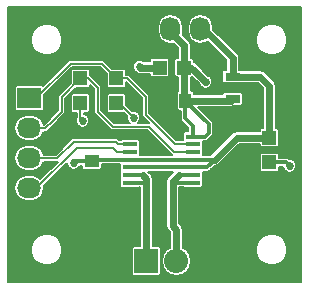
<source format=gtl>
G04 #@! TF.FileFunction,Copper,L1,Top,Signal*
%FSLAX46Y46*%
G04 Gerber Fmt 4.6, Leading zero omitted, Abs format (unit mm)*
G04 Created by KiCad (PCBNEW 4.0.2-stable) date Wednesday, January 18, 2017 'PMt' 01:38:14 PM*
%MOMM*%
G01*
G04 APERTURE LIST*
%ADD10C,0.100000*%
%ADD11C,0.685800*%
%ADD12R,1.000000X1.250000*%
%ADD13R,1.250000X1.000000*%
%ADD14R,2.032000X2.032000*%
%ADD15O,2.032000X2.032000*%
%ADD16R,1.198880X1.198880*%
%ADD17R,2.032000X1.727200*%
%ADD18O,2.032000X1.727200*%
%ADD19R,1.727200X2.032000*%
%ADD20O,1.727200X2.032000*%
%ADD21R,1.300000X0.700000*%
%ADD22R,1.270000X0.406400*%
%ADD23C,0.609600*%
%ADD24C,0.304800*%
%ADD25C,0.152400*%
G04 APERTURE END LIST*
D10*
D11*
X147015200Y-93446600D03*
X149123400Y-92811600D03*
X146202400Y-88036400D03*
X137515600Y-84404200D03*
X135128000Y-84404200D03*
X136321800Y-84404200D03*
X136423400Y-85674200D03*
X135229600Y-85674200D03*
X137617200Y-85674200D03*
X137668000Y-86995000D03*
X135280400Y-86995000D03*
X136474200Y-86995000D03*
X136398000Y-93649800D03*
X140919200Y-95351600D03*
X136448800Y-105029000D03*
X135178800Y-105029000D03*
X137693400Y-105029000D03*
X129768600Y-101346000D03*
X133553200Y-99187000D03*
X133553200Y-101041200D03*
X137591800Y-97815400D03*
X137668000Y-99288600D03*
X137668000Y-100660200D03*
X147904200Y-85801200D03*
X147955000Y-84404200D03*
X152628600Y-89357200D03*
X152501600Y-90500200D03*
X152628600Y-91846400D03*
X133299200Y-94234000D03*
X135255000Y-102235000D03*
X137769600Y-103581200D03*
X135255000Y-103581200D03*
X136525000Y-103581200D03*
X141605000Y-98679000D03*
X138049000Y-102209600D03*
X136779000Y-102209600D03*
X139293600Y-102209600D03*
X141757400Y-102920800D03*
X141630400Y-101371400D03*
X141630400Y-100076000D03*
X148564600Y-102311200D03*
X147320000Y-106070400D03*
X146050000Y-106070400D03*
X147320000Y-104800400D03*
X146050000Y-104800400D03*
X146050000Y-102311200D03*
X147320000Y-102311200D03*
X146050000Y-103581200D03*
X147320000Y-103581200D03*
X152374600Y-100965000D03*
X152374600Y-99695000D03*
X151130000Y-100965000D03*
X149860000Y-100965000D03*
X148590000Y-100965000D03*
X147320000Y-100965000D03*
X146050000Y-100965000D03*
X151130000Y-99695000D03*
X149860000Y-99695000D03*
X148590000Y-99695000D03*
X147320000Y-99695000D03*
X146050000Y-99695000D03*
X148590000Y-98425000D03*
X147320000Y-98425000D03*
X146050000Y-98425000D03*
X148590000Y-97155000D03*
X147320000Y-97155000D03*
X148590000Y-95885000D03*
D12*
X143811500Y-91503500D03*
X141811500Y-91503500D03*
D13*
X135890000Y-96663000D03*
X135890000Y-98663000D03*
D14*
X140525500Y-105092500D03*
D15*
X143065500Y-105092500D03*
D16*
X143733520Y-88709500D03*
X141635480Y-88709500D03*
X134937500Y-89628980D03*
X134937500Y-91727020D03*
X150939500Y-94645480D03*
X150939500Y-96743520D03*
X137985500Y-89628980D03*
X137985500Y-91727020D03*
D17*
X130619500Y-91313000D03*
D18*
X130619500Y-93853000D03*
X130619500Y-96393000D03*
X130619500Y-98933000D03*
D19*
X140017500Y-85471000D03*
D20*
X142557500Y-85471000D03*
X145097500Y-85471000D03*
D21*
X147828000Y-89474000D03*
X147828000Y-91374000D03*
D22*
X139128500Y-94551500D03*
X139128500Y-95186500D03*
X139128500Y-95846900D03*
X139128500Y-96507300D03*
X139128500Y-97142300D03*
X139128500Y-97802700D03*
X139128500Y-98463100D03*
X139128500Y-99098100D03*
X139128500Y-99758500D03*
X139128500Y-100393500D03*
X144462500Y-100393500D03*
X144462500Y-99758500D03*
X144462500Y-99098100D03*
X144462500Y-98463100D03*
X144462500Y-97802700D03*
X144462500Y-97142300D03*
X144462500Y-96507300D03*
X144462500Y-95846900D03*
X144462500Y-95186500D03*
X144462500Y-94551500D03*
D11*
X145542000Y-89916000D03*
X134366000Y-96774000D03*
X139954000Y-88646000D03*
X135128000Y-93218000D03*
X152654000Y-97028000D03*
X139446000Y-92964000D03*
D23*
X144335500Y-88709500D02*
X143733520Y-88709500D01*
X145542000Y-89916000D02*
X144335500Y-88709500D01*
D24*
X143811500Y-91503500D02*
X143446500Y-91503500D01*
X143811500Y-91503500D02*
X143811500Y-93011500D01*
X144462500Y-93662500D02*
X144462500Y-94551500D01*
X143811500Y-93011500D02*
X144462500Y-93662500D01*
X143811500Y-91503500D02*
X143827500Y-91503500D01*
X143827500Y-91503500D02*
X145796000Y-93472000D01*
X145478500Y-94551500D02*
X144462500Y-94551500D01*
X145796000Y-94234000D02*
X145478500Y-94551500D01*
X145796000Y-93472000D02*
X145796000Y-94234000D01*
D23*
X143811500Y-91503500D02*
X147698500Y-91503500D01*
X147698500Y-91503500D02*
X147828000Y-91374000D01*
X143733520Y-88709500D02*
X143733520Y-91425520D01*
X143733520Y-91425520D02*
X143811500Y-91503500D01*
X142557500Y-85471000D02*
X142557500Y-85661500D01*
X142557500Y-85661500D02*
X143733520Y-86837520D01*
X143733520Y-86837520D02*
X143733520Y-88709500D01*
D24*
X135890000Y-96663000D02*
X134477000Y-96663000D01*
X134477000Y-96663000D02*
X134366000Y-96774000D01*
X139128500Y-96507300D02*
X136045700Y-96507300D01*
X136045700Y-96507300D02*
X135890000Y-96663000D01*
X144462500Y-97142300D02*
X139128500Y-97142300D01*
X144462500Y-96507300D02*
X139128500Y-96507300D01*
X144462500Y-97142300D02*
X145656300Y-97142300D01*
X145656300Y-97142300D02*
X146291300Y-96507300D01*
X144462500Y-96507300D02*
X146291300Y-96507300D01*
D23*
X148153120Y-94645480D02*
X150939500Y-94645480D01*
X146291300Y-96507300D02*
X148153120Y-94645480D01*
X147828000Y-89474000D02*
X150180000Y-89474000D01*
X150939500Y-90233500D02*
X150939500Y-94645480D01*
X150180000Y-89474000D02*
X150939500Y-90233500D01*
X145097500Y-85471000D02*
X145415000Y-85471000D01*
X145415000Y-85471000D02*
X147828000Y-87884000D01*
X147828000Y-87884000D02*
X147828000Y-89474000D01*
D25*
X130619500Y-96393000D02*
X132969000Y-96393000D01*
X138112500Y-95186500D02*
X139128500Y-95186500D01*
X137922000Y-94996000D02*
X138112500Y-95186500D01*
X134366000Y-94996000D02*
X137922000Y-94996000D01*
X132969000Y-96393000D02*
X134366000Y-94996000D01*
X137985500Y-89628980D02*
X138904980Y-89628980D01*
X142938500Y-95186500D02*
X144462500Y-95186500D01*
X140462000Y-92710000D02*
X142938500Y-95186500D01*
X140462000Y-91186000D02*
X140462000Y-92710000D01*
X138904980Y-89628980D02*
X140462000Y-91186000D01*
X130619500Y-91313000D02*
X131191000Y-91313000D01*
X131191000Y-91313000D02*
X134112000Y-88392000D01*
X134112000Y-88392000D02*
X136748520Y-88392000D01*
X136748520Y-88392000D02*
X137985500Y-89628980D01*
X134937500Y-89628980D02*
X135602980Y-89628980D01*
X142836900Y-95846900D02*
X144462500Y-95846900D01*
X140716000Y-93726000D02*
X142836900Y-95846900D01*
X137668000Y-93726000D02*
X140716000Y-93726000D01*
X136398000Y-92456000D02*
X137668000Y-93726000D01*
X136398000Y-90424000D02*
X136398000Y-92456000D01*
X135602980Y-89628980D02*
X136398000Y-90424000D01*
X130619500Y-93853000D02*
X131953000Y-93853000D01*
X133350000Y-91216480D02*
X134937500Y-89628980D01*
X133350000Y-92456000D02*
X133350000Y-91216480D01*
X131953000Y-93853000D02*
X132588000Y-93218000D01*
X132588000Y-93218000D02*
X133350000Y-92456000D01*
X130619500Y-98933000D02*
X131191000Y-98933000D01*
X131191000Y-98933000D02*
X134620000Y-95504000D01*
X138010900Y-95846900D02*
X139128500Y-95846900D01*
X137668000Y-95504000D02*
X138010900Y-95846900D01*
X134620000Y-95504000D02*
X137668000Y-95504000D01*
X130619500Y-98933000D02*
X130683000Y-98933000D01*
D24*
X139128500Y-98463100D02*
X140525500Y-98463100D01*
X140462000Y-98552000D02*
X140525500Y-98552000D01*
X140462000Y-98526600D02*
X140462000Y-98552000D01*
X140525500Y-98463100D02*
X140462000Y-98526600D01*
X139128500Y-97802700D02*
X140220700Y-97802700D01*
D23*
X140525500Y-98107500D02*
X140525500Y-98552000D01*
X140525500Y-98552000D02*
X140525500Y-105092500D01*
X140220700Y-97802700D02*
X140525500Y-98107500D01*
D24*
X144462500Y-98463100D02*
X142748000Y-98463100D01*
X143002000Y-98552000D02*
X142748000Y-98552000D01*
X142836900Y-98552000D02*
X143002000Y-98552000D01*
X142748000Y-98463100D02*
X142836900Y-98552000D01*
X144462500Y-97802700D02*
X143268700Y-97802700D01*
D23*
X143065500Y-102425500D02*
X143065500Y-105092500D01*
X142748000Y-102108000D02*
X143065500Y-102425500D01*
X142748000Y-98323400D02*
X142748000Y-98552000D01*
X142748000Y-98552000D02*
X142748000Y-102108000D01*
X143268700Y-97802700D02*
X142748000Y-98323400D01*
X141635480Y-88709500D02*
X140017500Y-88709500D01*
X140017500Y-88709500D02*
X139954000Y-88646000D01*
D25*
X134937500Y-91727020D02*
X134937500Y-93027500D01*
X134937500Y-93027500D02*
X135128000Y-93218000D01*
D24*
X150939500Y-96743520D02*
X152369520Y-96743520D01*
X152369520Y-96743520D02*
X152654000Y-97028000D01*
D25*
X137985500Y-91727020D02*
X138209020Y-91727020D01*
X138209020Y-91727020D02*
X139446000Y-92964000D01*
G36*
X153620400Y-106884400D02*
X128827600Y-106884400D01*
X128827600Y-104403115D01*
X130751170Y-104403115D01*
X130953011Y-104891608D01*
X131326426Y-105265676D01*
X131814566Y-105468369D01*
X132343115Y-105468830D01*
X132831608Y-105266989D01*
X133205676Y-104893574D01*
X133408369Y-104405434D01*
X133408830Y-103876885D01*
X133206989Y-103388392D01*
X132833574Y-103014324D01*
X132345434Y-102811631D01*
X131816885Y-102811170D01*
X131328392Y-103013011D01*
X130954324Y-103386426D01*
X130751631Y-103874566D01*
X130751170Y-104403115D01*
X128827600Y-104403115D01*
X128827600Y-93853000D01*
X129350517Y-93853000D01*
X129433656Y-94270967D01*
X129670415Y-94625302D01*
X130024750Y-94862061D01*
X130442717Y-94945200D01*
X130796283Y-94945200D01*
X131214250Y-94862061D01*
X131568585Y-94625302D01*
X131805344Y-94270967D01*
X131827854Y-94157800D01*
X131953000Y-94157800D01*
X132069642Y-94134598D01*
X132168526Y-94068526D01*
X133565526Y-92671526D01*
X133586692Y-92639849D01*
X133631598Y-92572642D01*
X133654800Y-92456000D01*
X133654800Y-91342732D01*
X133869952Y-91127580D01*
X134104982Y-91127580D01*
X134104982Y-92326460D01*
X134120922Y-92411174D01*
X134170988Y-92488978D01*
X134247380Y-92541175D01*
X134338060Y-92559538D01*
X134632700Y-92559538D01*
X134632700Y-92920554D01*
X134556600Y-93103823D01*
X134556401Y-93331180D01*
X134643224Y-93541306D01*
X134803849Y-93702211D01*
X135013823Y-93789400D01*
X135241180Y-93789599D01*
X135451306Y-93702776D01*
X135612211Y-93542151D01*
X135699400Y-93332177D01*
X135699599Y-93104820D01*
X135612776Y-92894694D01*
X135452151Y-92733789D01*
X135242300Y-92646651D01*
X135242300Y-92559538D01*
X135536940Y-92559538D01*
X135621654Y-92543598D01*
X135699458Y-92493532D01*
X135751655Y-92417140D01*
X135770018Y-92326460D01*
X135770018Y-91127580D01*
X135754078Y-91042866D01*
X135704012Y-90965062D01*
X135627620Y-90912865D01*
X135536940Y-90894502D01*
X134338060Y-90894502D01*
X134253346Y-90910442D01*
X134175542Y-90960508D01*
X134123345Y-91036900D01*
X134104982Y-91127580D01*
X133869952Y-91127580D01*
X134536034Y-90461498D01*
X135536940Y-90461498D01*
X135621654Y-90445558D01*
X135699458Y-90395492D01*
X135751655Y-90319100D01*
X135770018Y-90228420D01*
X135770018Y-90227070D01*
X136093200Y-90550252D01*
X136093200Y-92456000D01*
X136116402Y-92572642D01*
X136182474Y-92671526D01*
X137452474Y-93941526D01*
X137551358Y-94007598D01*
X137668000Y-94030800D01*
X140589748Y-94030800D01*
X142621374Y-96062426D01*
X142716968Y-96126300D01*
X139981147Y-96126300D01*
X139996578Y-96050100D01*
X139996578Y-95643700D01*
X139980638Y-95558986D01*
X139953413Y-95516678D01*
X139978215Y-95480380D01*
X139996578Y-95389700D01*
X139996578Y-94983300D01*
X139980638Y-94898586D01*
X139930572Y-94820782D01*
X139854180Y-94768585D01*
X139763500Y-94750222D01*
X138493500Y-94750222D01*
X138408786Y-94766162D01*
X138330982Y-94816228D01*
X138286246Y-94881700D01*
X138238752Y-94881700D01*
X138137526Y-94780474D01*
X138038642Y-94714402D01*
X137922000Y-94691200D01*
X134366000Y-94691200D01*
X134249358Y-94714402D01*
X134150474Y-94780474D01*
X132842748Y-96088200D01*
X131827854Y-96088200D01*
X131805344Y-95975033D01*
X131568585Y-95620698D01*
X131214250Y-95383939D01*
X130796283Y-95300800D01*
X130442717Y-95300800D01*
X130024750Y-95383939D01*
X129670415Y-95620698D01*
X129433656Y-95975033D01*
X129350517Y-96393000D01*
X129433656Y-96810967D01*
X129670415Y-97165302D01*
X130024750Y-97402061D01*
X130442717Y-97485200D01*
X130796283Y-97485200D01*
X131214250Y-97402061D01*
X131568585Y-97165302D01*
X131805344Y-96810967D01*
X131827854Y-96697800D01*
X132969000Y-96697800D01*
X133001641Y-96691307D01*
X131546804Y-98146144D01*
X131214250Y-97923939D01*
X130796283Y-97840800D01*
X130442717Y-97840800D01*
X130024750Y-97923939D01*
X129670415Y-98160698D01*
X129433656Y-98515033D01*
X129350517Y-98933000D01*
X129433656Y-99350967D01*
X129670415Y-99705302D01*
X130024750Y-99942061D01*
X130442717Y-100025200D01*
X130796283Y-100025200D01*
X131214250Y-99942061D01*
X131568585Y-99705302D01*
X131805344Y-99350967D01*
X131888483Y-98933000D01*
X131844279Y-98710773D01*
X133794512Y-96760540D01*
X133794401Y-96887180D01*
X133881224Y-97097306D01*
X134041849Y-97258211D01*
X134251823Y-97345400D01*
X134479180Y-97345599D01*
X134689306Y-97258776D01*
X134850211Y-97098151D01*
X134872697Y-97044000D01*
X135031922Y-97044000D01*
X135031922Y-97163000D01*
X135047862Y-97247714D01*
X135097928Y-97325518D01*
X135174320Y-97377715D01*
X135265000Y-97396078D01*
X136515000Y-97396078D01*
X136599714Y-97380138D01*
X136677518Y-97330072D01*
X136729715Y-97253680D01*
X136748078Y-97163000D01*
X136748078Y-96888300D01*
X138270709Y-96888300D01*
X138260422Y-96939100D01*
X138260422Y-97345500D01*
X138276362Y-97430214D01*
X138303587Y-97472522D01*
X138278785Y-97508820D01*
X138260422Y-97599500D01*
X138260422Y-98005900D01*
X138276362Y-98090614D01*
X138303587Y-98132922D01*
X138278785Y-98169220D01*
X138260422Y-98259900D01*
X138260422Y-98666300D01*
X138276362Y-98751014D01*
X138326428Y-98828818D01*
X138402820Y-98881015D01*
X138493500Y-98899378D01*
X139763500Y-98899378D01*
X139848214Y-98883438D01*
X139909346Y-98844100D01*
X139992100Y-98844100D01*
X139992100Y-103843422D01*
X139509500Y-103843422D01*
X139424786Y-103859362D01*
X139346982Y-103909428D01*
X139294785Y-103985820D01*
X139276422Y-104076500D01*
X139276422Y-106108500D01*
X139292362Y-106193214D01*
X139342428Y-106271018D01*
X139418820Y-106323215D01*
X139509500Y-106341578D01*
X141541500Y-106341578D01*
X141626214Y-106325638D01*
X141704018Y-106275572D01*
X141756215Y-106199180D01*
X141774578Y-106108500D01*
X141774578Y-104076500D01*
X141758638Y-103991786D01*
X141708572Y-103913982D01*
X141632180Y-103861785D01*
X141541500Y-103843422D01*
X141058900Y-103843422D01*
X141058900Y-98107500D01*
X141018297Y-97903377D01*
X141018297Y-97903376D01*
X140902671Y-97730329D01*
X140695642Y-97523300D01*
X142793758Y-97523300D01*
X142370829Y-97946229D01*
X142255203Y-98119277D01*
X142214600Y-98323400D01*
X142214600Y-102108000D01*
X142255203Y-102312123D01*
X142370829Y-102485171D01*
X142532100Y-102646442D01*
X142532100Y-103956418D01*
X142185435Y-104188052D01*
X141915640Y-104591829D01*
X141820900Y-105068117D01*
X141820900Y-105116883D01*
X141915640Y-105593171D01*
X142185435Y-105996948D01*
X142589212Y-106266743D01*
X143065500Y-106361483D01*
X143541788Y-106266743D01*
X143945565Y-105996948D01*
X144215360Y-105593171D01*
X144310100Y-105116883D01*
X144310100Y-105068117D01*
X144215360Y-104591829D01*
X144089266Y-104403115D01*
X149801170Y-104403115D01*
X150003011Y-104891608D01*
X150376426Y-105265676D01*
X150864566Y-105468369D01*
X151393115Y-105468830D01*
X151881608Y-105266989D01*
X152255676Y-104893574D01*
X152458369Y-104405434D01*
X152458830Y-103876885D01*
X152256989Y-103388392D01*
X151883574Y-103014324D01*
X151395434Y-102811631D01*
X150866885Y-102811170D01*
X150378392Y-103013011D01*
X150004324Y-103386426D01*
X149801631Y-103874566D01*
X149801170Y-104403115D01*
X144089266Y-104403115D01*
X143945565Y-104188052D01*
X143598900Y-103956418D01*
X143598900Y-102425500D01*
X143558297Y-102221377D01*
X143442671Y-102048329D01*
X143281400Y-101887058D01*
X143281400Y-98844100D01*
X143682794Y-98844100D01*
X143736820Y-98881015D01*
X143827500Y-98899378D01*
X145097500Y-98899378D01*
X145182214Y-98883438D01*
X145260018Y-98833372D01*
X145312215Y-98756980D01*
X145330578Y-98666300D01*
X145330578Y-98259900D01*
X145314638Y-98175186D01*
X145287413Y-98132878D01*
X145312215Y-98096580D01*
X145330578Y-98005900D01*
X145330578Y-97599500D01*
X145316240Y-97523300D01*
X145656300Y-97523300D01*
X145802103Y-97494298D01*
X145925708Y-97411708D01*
X146298060Y-97039355D01*
X146495423Y-97000097D01*
X146668471Y-96884471D01*
X147408862Y-96144080D01*
X150106982Y-96144080D01*
X150106982Y-97342960D01*
X150122922Y-97427674D01*
X150172988Y-97505478D01*
X150249380Y-97557675D01*
X150340060Y-97576038D01*
X151538940Y-97576038D01*
X151623654Y-97560098D01*
X151701458Y-97510032D01*
X151753655Y-97433640D01*
X151772018Y-97342960D01*
X151772018Y-97124520D01*
X152082416Y-97124520D01*
X152082401Y-97141180D01*
X152169224Y-97351306D01*
X152329849Y-97512211D01*
X152539823Y-97599400D01*
X152767180Y-97599599D01*
X152977306Y-97512776D01*
X153138211Y-97352151D01*
X153225400Y-97142177D01*
X153225599Y-96914820D01*
X153138776Y-96704694D01*
X152978151Y-96543789D01*
X152768177Y-96456600D01*
X152612515Y-96456464D01*
X152515323Y-96391522D01*
X152369520Y-96362520D01*
X151772018Y-96362520D01*
X151772018Y-96144080D01*
X151756078Y-96059366D01*
X151706012Y-95981562D01*
X151629620Y-95929365D01*
X151538940Y-95911002D01*
X150340060Y-95911002D01*
X150255346Y-95926942D01*
X150177542Y-95977008D01*
X150125345Y-96053400D01*
X150106982Y-96144080D01*
X147408862Y-96144080D01*
X148374062Y-95178880D01*
X150106982Y-95178880D01*
X150106982Y-95244920D01*
X150122922Y-95329634D01*
X150172988Y-95407438D01*
X150249380Y-95459635D01*
X150340060Y-95477998D01*
X151538940Y-95477998D01*
X151623654Y-95462058D01*
X151701458Y-95411992D01*
X151753655Y-95335600D01*
X151772018Y-95244920D01*
X151772018Y-94046040D01*
X151756078Y-93961326D01*
X151706012Y-93883522D01*
X151629620Y-93831325D01*
X151538940Y-93812962D01*
X151472900Y-93812962D01*
X151472900Y-90233500D01*
X151432297Y-90029377D01*
X151316671Y-89856329D01*
X150557171Y-89096829D01*
X150384123Y-88981203D01*
X150180000Y-88940600D01*
X148614511Y-88940600D01*
X148568680Y-88909285D01*
X148478000Y-88890922D01*
X148361400Y-88890922D01*
X148361400Y-87884000D01*
X148320797Y-87679877D01*
X148320797Y-87679876D01*
X148205171Y-87506829D01*
X147321457Y-86623115D01*
X149801170Y-86623115D01*
X150003011Y-87111608D01*
X150376426Y-87485676D01*
X150864566Y-87688369D01*
X151393115Y-87688830D01*
X151881608Y-87486989D01*
X152255676Y-87113574D01*
X152458369Y-86625434D01*
X152458830Y-86096885D01*
X152256989Y-85608392D01*
X151883574Y-85234324D01*
X151395434Y-85031631D01*
X150866885Y-85031170D01*
X150378392Y-85233011D01*
X150004324Y-85606426D01*
X149801631Y-86094566D01*
X149801170Y-86623115D01*
X147321457Y-86623115D01*
X146189700Y-85491358D01*
X146189700Y-85294217D01*
X146106561Y-84876250D01*
X145869802Y-84521915D01*
X145515467Y-84285156D01*
X145097500Y-84202017D01*
X144679533Y-84285156D01*
X144325198Y-84521915D01*
X144088439Y-84876250D01*
X144005300Y-85294217D01*
X144005300Y-85647783D01*
X144088439Y-86065750D01*
X144325198Y-86420085D01*
X144679533Y-86656844D01*
X145097500Y-86739983D01*
X145515467Y-86656844D01*
X145713908Y-86524250D01*
X147294600Y-88104942D01*
X147294600Y-88890922D01*
X147178000Y-88890922D01*
X147093286Y-88906862D01*
X147015482Y-88956928D01*
X146963285Y-89033320D01*
X146944922Y-89124000D01*
X146944922Y-89824000D01*
X146960862Y-89908714D01*
X147010928Y-89986518D01*
X147087320Y-90038715D01*
X147178000Y-90057078D01*
X148478000Y-90057078D01*
X148562714Y-90041138D01*
X148615144Y-90007400D01*
X149959058Y-90007400D01*
X150406100Y-90454442D01*
X150406100Y-93812962D01*
X150340060Y-93812962D01*
X150255346Y-93828902D01*
X150177542Y-93878968D01*
X150125345Y-93955360D01*
X150106982Y-94046040D01*
X150106982Y-94112080D01*
X148153120Y-94112080D01*
X147948997Y-94152683D01*
X147775949Y-94268309D01*
X145917958Y-96126300D01*
X145315147Y-96126300D01*
X145330578Y-96050100D01*
X145330578Y-95643700D01*
X145314638Y-95558986D01*
X145287413Y-95516678D01*
X145312215Y-95480380D01*
X145330578Y-95389700D01*
X145330578Y-94983300D01*
X145321019Y-94932500D01*
X145478500Y-94932500D01*
X145624303Y-94903498D01*
X145747908Y-94820908D01*
X146065408Y-94503408D01*
X146147998Y-94379802D01*
X146177001Y-94234000D01*
X146177000Y-94233995D01*
X146177000Y-93472000D01*
X146147998Y-93326198D01*
X146065408Y-93202592D01*
X146065405Y-93202590D01*
X144899716Y-92036900D01*
X147698500Y-92036900D01*
X147902623Y-91996297D01*
X147961319Y-91957078D01*
X148478000Y-91957078D01*
X148562714Y-91941138D01*
X148640518Y-91891072D01*
X148692715Y-91814680D01*
X148711078Y-91724000D01*
X148711078Y-91024000D01*
X148695138Y-90939286D01*
X148645072Y-90861482D01*
X148568680Y-90809285D01*
X148478000Y-90790922D01*
X147178000Y-90790922D01*
X147093286Y-90806862D01*
X147015482Y-90856928D01*
X146963285Y-90933320D01*
X146955837Y-90970100D01*
X144544578Y-90970100D01*
X144544578Y-90878500D01*
X144528638Y-90793786D01*
X144478572Y-90715982D01*
X144402180Y-90663785D01*
X144311500Y-90645422D01*
X144266920Y-90645422D01*
X144266920Y-89542018D01*
X144332960Y-89542018D01*
X144400893Y-89529235D01*
X145019383Y-90147725D01*
X145057224Y-90239306D01*
X145217849Y-90400211D01*
X145427823Y-90487400D01*
X145655180Y-90487599D01*
X145865306Y-90400776D01*
X146026211Y-90240151D01*
X146113400Y-90030177D01*
X146113599Y-89802820D01*
X146026776Y-89592694D01*
X145866151Y-89431789D01*
X145773772Y-89393430D01*
X144712671Y-88332329D01*
X144566038Y-88234353D01*
X144566038Y-88110060D01*
X144550098Y-88025346D01*
X144500032Y-87947542D01*
X144423640Y-87895345D01*
X144332960Y-87876982D01*
X144266920Y-87876982D01*
X144266920Y-86837520D01*
X144226317Y-86633396D01*
X144180004Y-86564083D01*
X144110691Y-86460349D01*
X144110688Y-86460347D01*
X143591370Y-85941028D01*
X143649700Y-85647783D01*
X143649700Y-85294217D01*
X143566561Y-84876250D01*
X143329802Y-84521915D01*
X142975467Y-84285156D01*
X142557500Y-84202017D01*
X142139533Y-84285156D01*
X141785198Y-84521915D01*
X141548439Y-84876250D01*
X141465300Y-85294217D01*
X141465300Y-85647783D01*
X141548439Y-86065750D01*
X141785198Y-86420085D01*
X142139533Y-86656844D01*
X142557500Y-86739983D01*
X142827863Y-86686204D01*
X143200120Y-87058461D01*
X143200120Y-87876982D01*
X143134080Y-87876982D01*
X143049366Y-87892922D01*
X142971562Y-87942988D01*
X142919365Y-88019380D01*
X142901002Y-88110060D01*
X142901002Y-89308940D01*
X142916942Y-89393654D01*
X142967008Y-89471458D01*
X143043400Y-89523655D01*
X143134080Y-89542018D01*
X143200120Y-89542018D01*
X143200120Y-90678521D01*
X143148982Y-90711428D01*
X143096785Y-90787820D01*
X143078422Y-90878500D01*
X143078422Y-91438537D01*
X143065500Y-91503500D01*
X143078422Y-91568463D01*
X143078422Y-92128500D01*
X143094362Y-92213214D01*
X143144428Y-92291018D01*
X143220820Y-92343215D01*
X143311500Y-92361578D01*
X143430500Y-92361578D01*
X143430500Y-93011500D01*
X143459502Y-93157303D01*
X143542092Y-93280908D01*
X144081500Y-93820316D01*
X144081500Y-94115222D01*
X143827500Y-94115222D01*
X143742786Y-94131162D01*
X143664982Y-94181228D01*
X143612785Y-94257620D01*
X143594422Y-94348300D01*
X143594422Y-94754700D01*
X143610362Y-94839414D01*
X143629169Y-94868641D01*
X143620246Y-94881700D01*
X143064752Y-94881700D01*
X140766800Y-92583748D01*
X140766800Y-91186000D01*
X140743598Y-91069358D01*
X140677526Y-90970474D01*
X139120506Y-89413454D01*
X139021622Y-89347382D01*
X138904980Y-89324180D01*
X138818018Y-89324180D01*
X138818018Y-89029540D01*
X138802078Y-88944826D01*
X138752012Y-88867022D01*
X138675620Y-88814825D01*
X138584940Y-88796462D01*
X137584034Y-88796462D01*
X137546752Y-88759180D01*
X139382401Y-88759180D01*
X139469224Y-88969306D01*
X139629849Y-89130211D01*
X139839823Y-89217400D01*
X139889521Y-89217443D01*
X140017500Y-89242901D01*
X140017505Y-89242900D01*
X140802962Y-89242900D01*
X140802962Y-89308940D01*
X140818902Y-89393654D01*
X140868968Y-89471458D01*
X140945360Y-89523655D01*
X141036040Y-89542018D01*
X142234920Y-89542018D01*
X142319634Y-89526078D01*
X142397438Y-89476012D01*
X142449635Y-89399620D01*
X142467998Y-89308940D01*
X142467998Y-88110060D01*
X142452058Y-88025346D01*
X142401992Y-87947542D01*
X142325600Y-87895345D01*
X142234920Y-87876982D01*
X141036040Y-87876982D01*
X140951326Y-87892922D01*
X140873522Y-87942988D01*
X140821325Y-88019380D01*
X140802962Y-88110060D01*
X140802962Y-88176100D01*
X140292437Y-88176100D01*
X140278151Y-88161789D01*
X140068177Y-88074600D01*
X139840820Y-88074401D01*
X139630694Y-88161224D01*
X139469789Y-88321849D01*
X139382600Y-88531823D01*
X139382401Y-88759180D01*
X137546752Y-88759180D01*
X136964046Y-88176474D01*
X136865162Y-88110402D01*
X136748520Y-88087200D01*
X134112000Y-88087200D01*
X133995358Y-88110402D01*
X133918452Y-88161789D01*
X133896474Y-88176474D01*
X131792766Y-90280182D01*
X131726180Y-90234685D01*
X131635500Y-90216322D01*
X129603500Y-90216322D01*
X129518786Y-90232262D01*
X129440982Y-90282328D01*
X129388785Y-90358720D01*
X129370422Y-90449400D01*
X129370422Y-92176600D01*
X129386362Y-92261314D01*
X129436428Y-92339118D01*
X129512820Y-92391315D01*
X129603500Y-92409678D01*
X131635500Y-92409678D01*
X131720214Y-92393738D01*
X131798018Y-92343672D01*
X131850215Y-92267280D01*
X131868578Y-92176600D01*
X131868578Y-91066474D01*
X134238252Y-88696800D01*
X136622268Y-88696800D01*
X137152982Y-89227514D01*
X137152982Y-90228420D01*
X137168922Y-90313134D01*
X137218988Y-90390938D01*
X137295380Y-90443135D01*
X137386060Y-90461498D01*
X138584940Y-90461498D01*
X138669654Y-90445558D01*
X138747458Y-90395492D01*
X138799655Y-90319100D01*
X138818018Y-90228420D01*
X138818018Y-89973070D01*
X140157200Y-91312252D01*
X140157200Y-92710000D01*
X140180402Y-92826642D01*
X140246474Y-92925526D01*
X140748641Y-93427693D01*
X140716000Y-93421200D01*
X139796930Y-93421200D01*
X139930211Y-93288151D01*
X140017400Y-93078177D01*
X140017599Y-92850820D01*
X139930776Y-92640694D01*
X139770151Y-92479789D01*
X139560177Y-92392600D01*
X139332820Y-92392401D01*
X139313455Y-92400403D01*
X138818018Y-91904966D01*
X138818018Y-91127580D01*
X138802078Y-91042866D01*
X138752012Y-90965062D01*
X138675620Y-90912865D01*
X138584940Y-90894502D01*
X137386060Y-90894502D01*
X137301346Y-90910442D01*
X137223542Y-90960508D01*
X137171345Y-91036900D01*
X137152982Y-91127580D01*
X137152982Y-92326460D01*
X137168922Y-92411174D01*
X137218988Y-92488978D01*
X137295380Y-92541175D01*
X137386060Y-92559538D01*
X138584940Y-92559538D01*
X138606440Y-92555492D01*
X138882279Y-92831331D01*
X138874600Y-92849823D01*
X138874401Y-93077180D01*
X138961224Y-93287306D01*
X139094885Y-93421200D01*
X137794252Y-93421200D01*
X136702800Y-92329748D01*
X136702800Y-90424000D01*
X136679598Y-90307358D01*
X136613526Y-90208474D01*
X135818506Y-89413454D01*
X135770018Y-89381055D01*
X135770018Y-89029540D01*
X135754078Y-88944826D01*
X135704012Y-88867022D01*
X135627620Y-88814825D01*
X135536940Y-88796462D01*
X134338060Y-88796462D01*
X134253346Y-88812402D01*
X134175542Y-88862468D01*
X134123345Y-88938860D01*
X134104982Y-89029540D01*
X134104982Y-90030446D01*
X133134474Y-91000954D01*
X133068402Y-91099838D01*
X133045200Y-91216480D01*
X133045200Y-92329748D01*
X131827671Y-93547277D01*
X131805344Y-93435033D01*
X131568585Y-93080698D01*
X131214250Y-92843939D01*
X130796283Y-92760800D01*
X130442717Y-92760800D01*
X130024750Y-92843939D01*
X129670415Y-93080698D01*
X129433656Y-93435033D01*
X129350517Y-93853000D01*
X128827600Y-93853000D01*
X128827600Y-86623115D01*
X130751170Y-86623115D01*
X130953011Y-87111608D01*
X131326426Y-87485676D01*
X131814566Y-87688369D01*
X132343115Y-87688830D01*
X132831608Y-87486989D01*
X133205676Y-87113574D01*
X133408369Y-86625434D01*
X133408830Y-86096885D01*
X133206989Y-85608392D01*
X132833574Y-85234324D01*
X132345434Y-85031631D01*
X131816885Y-85031170D01*
X131328392Y-85233011D01*
X130954324Y-85606426D01*
X130751631Y-86094566D01*
X130751170Y-86623115D01*
X128827600Y-86623115D01*
X128827600Y-83615600D01*
X153620400Y-83615600D01*
X153620400Y-106884400D01*
X153620400Y-106884400D01*
G37*
X153620400Y-106884400D02*
X128827600Y-106884400D01*
X128827600Y-104403115D01*
X130751170Y-104403115D01*
X130953011Y-104891608D01*
X131326426Y-105265676D01*
X131814566Y-105468369D01*
X132343115Y-105468830D01*
X132831608Y-105266989D01*
X133205676Y-104893574D01*
X133408369Y-104405434D01*
X133408830Y-103876885D01*
X133206989Y-103388392D01*
X132833574Y-103014324D01*
X132345434Y-102811631D01*
X131816885Y-102811170D01*
X131328392Y-103013011D01*
X130954324Y-103386426D01*
X130751631Y-103874566D01*
X130751170Y-104403115D01*
X128827600Y-104403115D01*
X128827600Y-93853000D01*
X129350517Y-93853000D01*
X129433656Y-94270967D01*
X129670415Y-94625302D01*
X130024750Y-94862061D01*
X130442717Y-94945200D01*
X130796283Y-94945200D01*
X131214250Y-94862061D01*
X131568585Y-94625302D01*
X131805344Y-94270967D01*
X131827854Y-94157800D01*
X131953000Y-94157800D01*
X132069642Y-94134598D01*
X132168526Y-94068526D01*
X133565526Y-92671526D01*
X133586692Y-92639849D01*
X133631598Y-92572642D01*
X133654800Y-92456000D01*
X133654800Y-91342732D01*
X133869952Y-91127580D01*
X134104982Y-91127580D01*
X134104982Y-92326460D01*
X134120922Y-92411174D01*
X134170988Y-92488978D01*
X134247380Y-92541175D01*
X134338060Y-92559538D01*
X134632700Y-92559538D01*
X134632700Y-92920554D01*
X134556600Y-93103823D01*
X134556401Y-93331180D01*
X134643224Y-93541306D01*
X134803849Y-93702211D01*
X135013823Y-93789400D01*
X135241180Y-93789599D01*
X135451306Y-93702776D01*
X135612211Y-93542151D01*
X135699400Y-93332177D01*
X135699599Y-93104820D01*
X135612776Y-92894694D01*
X135452151Y-92733789D01*
X135242300Y-92646651D01*
X135242300Y-92559538D01*
X135536940Y-92559538D01*
X135621654Y-92543598D01*
X135699458Y-92493532D01*
X135751655Y-92417140D01*
X135770018Y-92326460D01*
X135770018Y-91127580D01*
X135754078Y-91042866D01*
X135704012Y-90965062D01*
X135627620Y-90912865D01*
X135536940Y-90894502D01*
X134338060Y-90894502D01*
X134253346Y-90910442D01*
X134175542Y-90960508D01*
X134123345Y-91036900D01*
X134104982Y-91127580D01*
X133869952Y-91127580D01*
X134536034Y-90461498D01*
X135536940Y-90461498D01*
X135621654Y-90445558D01*
X135699458Y-90395492D01*
X135751655Y-90319100D01*
X135770018Y-90228420D01*
X135770018Y-90227070D01*
X136093200Y-90550252D01*
X136093200Y-92456000D01*
X136116402Y-92572642D01*
X136182474Y-92671526D01*
X137452474Y-93941526D01*
X137551358Y-94007598D01*
X137668000Y-94030800D01*
X140589748Y-94030800D01*
X142621374Y-96062426D01*
X142716968Y-96126300D01*
X139981147Y-96126300D01*
X139996578Y-96050100D01*
X139996578Y-95643700D01*
X139980638Y-95558986D01*
X139953413Y-95516678D01*
X139978215Y-95480380D01*
X139996578Y-95389700D01*
X139996578Y-94983300D01*
X139980638Y-94898586D01*
X139930572Y-94820782D01*
X139854180Y-94768585D01*
X139763500Y-94750222D01*
X138493500Y-94750222D01*
X138408786Y-94766162D01*
X138330982Y-94816228D01*
X138286246Y-94881700D01*
X138238752Y-94881700D01*
X138137526Y-94780474D01*
X138038642Y-94714402D01*
X137922000Y-94691200D01*
X134366000Y-94691200D01*
X134249358Y-94714402D01*
X134150474Y-94780474D01*
X132842748Y-96088200D01*
X131827854Y-96088200D01*
X131805344Y-95975033D01*
X131568585Y-95620698D01*
X131214250Y-95383939D01*
X130796283Y-95300800D01*
X130442717Y-95300800D01*
X130024750Y-95383939D01*
X129670415Y-95620698D01*
X129433656Y-95975033D01*
X129350517Y-96393000D01*
X129433656Y-96810967D01*
X129670415Y-97165302D01*
X130024750Y-97402061D01*
X130442717Y-97485200D01*
X130796283Y-97485200D01*
X131214250Y-97402061D01*
X131568585Y-97165302D01*
X131805344Y-96810967D01*
X131827854Y-96697800D01*
X132969000Y-96697800D01*
X133001641Y-96691307D01*
X131546804Y-98146144D01*
X131214250Y-97923939D01*
X130796283Y-97840800D01*
X130442717Y-97840800D01*
X130024750Y-97923939D01*
X129670415Y-98160698D01*
X129433656Y-98515033D01*
X129350517Y-98933000D01*
X129433656Y-99350967D01*
X129670415Y-99705302D01*
X130024750Y-99942061D01*
X130442717Y-100025200D01*
X130796283Y-100025200D01*
X131214250Y-99942061D01*
X131568585Y-99705302D01*
X131805344Y-99350967D01*
X131888483Y-98933000D01*
X131844279Y-98710773D01*
X133794512Y-96760540D01*
X133794401Y-96887180D01*
X133881224Y-97097306D01*
X134041849Y-97258211D01*
X134251823Y-97345400D01*
X134479180Y-97345599D01*
X134689306Y-97258776D01*
X134850211Y-97098151D01*
X134872697Y-97044000D01*
X135031922Y-97044000D01*
X135031922Y-97163000D01*
X135047862Y-97247714D01*
X135097928Y-97325518D01*
X135174320Y-97377715D01*
X135265000Y-97396078D01*
X136515000Y-97396078D01*
X136599714Y-97380138D01*
X136677518Y-97330072D01*
X136729715Y-97253680D01*
X136748078Y-97163000D01*
X136748078Y-96888300D01*
X138270709Y-96888300D01*
X138260422Y-96939100D01*
X138260422Y-97345500D01*
X138276362Y-97430214D01*
X138303587Y-97472522D01*
X138278785Y-97508820D01*
X138260422Y-97599500D01*
X138260422Y-98005900D01*
X138276362Y-98090614D01*
X138303587Y-98132922D01*
X138278785Y-98169220D01*
X138260422Y-98259900D01*
X138260422Y-98666300D01*
X138276362Y-98751014D01*
X138326428Y-98828818D01*
X138402820Y-98881015D01*
X138493500Y-98899378D01*
X139763500Y-98899378D01*
X139848214Y-98883438D01*
X139909346Y-98844100D01*
X139992100Y-98844100D01*
X139992100Y-103843422D01*
X139509500Y-103843422D01*
X139424786Y-103859362D01*
X139346982Y-103909428D01*
X139294785Y-103985820D01*
X139276422Y-104076500D01*
X139276422Y-106108500D01*
X139292362Y-106193214D01*
X139342428Y-106271018D01*
X139418820Y-106323215D01*
X139509500Y-106341578D01*
X141541500Y-106341578D01*
X141626214Y-106325638D01*
X141704018Y-106275572D01*
X141756215Y-106199180D01*
X141774578Y-106108500D01*
X141774578Y-104076500D01*
X141758638Y-103991786D01*
X141708572Y-103913982D01*
X141632180Y-103861785D01*
X141541500Y-103843422D01*
X141058900Y-103843422D01*
X141058900Y-98107500D01*
X141018297Y-97903377D01*
X141018297Y-97903376D01*
X140902671Y-97730329D01*
X140695642Y-97523300D01*
X142793758Y-97523300D01*
X142370829Y-97946229D01*
X142255203Y-98119277D01*
X142214600Y-98323400D01*
X142214600Y-102108000D01*
X142255203Y-102312123D01*
X142370829Y-102485171D01*
X142532100Y-102646442D01*
X142532100Y-103956418D01*
X142185435Y-104188052D01*
X141915640Y-104591829D01*
X141820900Y-105068117D01*
X141820900Y-105116883D01*
X141915640Y-105593171D01*
X142185435Y-105996948D01*
X142589212Y-106266743D01*
X143065500Y-106361483D01*
X143541788Y-106266743D01*
X143945565Y-105996948D01*
X144215360Y-105593171D01*
X144310100Y-105116883D01*
X144310100Y-105068117D01*
X144215360Y-104591829D01*
X144089266Y-104403115D01*
X149801170Y-104403115D01*
X150003011Y-104891608D01*
X150376426Y-105265676D01*
X150864566Y-105468369D01*
X151393115Y-105468830D01*
X151881608Y-105266989D01*
X152255676Y-104893574D01*
X152458369Y-104405434D01*
X152458830Y-103876885D01*
X152256989Y-103388392D01*
X151883574Y-103014324D01*
X151395434Y-102811631D01*
X150866885Y-102811170D01*
X150378392Y-103013011D01*
X150004324Y-103386426D01*
X149801631Y-103874566D01*
X149801170Y-104403115D01*
X144089266Y-104403115D01*
X143945565Y-104188052D01*
X143598900Y-103956418D01*
X143598900Y-102425500D01*
X143558297Y-102221377D01*
X143442671Y-102048329D01*
X143281400Y-101887058D01*
X143281400Y-98844100D01*
X143682794Y-98844100D01*
X143736820Y-98881015D01*
X143827500Y-98899378D01*
X145097500Y-98899378D01*
X145182214Y-98883438D01*
X145260018Y-98833372D01*
X145312215Y-98756980D01*
X145330578Y-98666300D01*
X145330578Y-98259900D01*
X145314638Y-98175186D01*
X145287413Y-98132878D01*
X145312215Y-98096580D01*
X145330578Y-98005900D01*
X145330578Y-97599500D01*
X145316240Y-97523300D01*
X145656300Y-97523300D01*
X145802103Y-97494298D01*
X145925708Y-97411708D01*
X146298060Y-97039355D01*
X146495423Y-97000097D01*
X146668471Y-96884471D01*
X147408862Y-96144080D01*
X150106982Y-96144080D01*
X150106982Y-97342960D01*
X150122922Y-97427674D01*
X150172988Y-97505478D01*
X150249380Y-97557675D01*
X150340060Y-97576038D01*
X151538940Y-97576038D01*
X151623654Y-97560098D01*
X151701458Y-97510032D01*
X151753655Y-97433640D01*
X151772018Y-97342960D01*
X151772018Y-97124520D01*
X152082416Y-97124520D01*
X152082401Y-97141180D01*
X152169224Y-97351306D01*
X152329849Y-97512211D01*
X152539823Y-97599400D01*
X152767180Y-97599599D01*
X152977306Y-97512776D01*
X153138211Y-97352151D01*
X153225400Y-97142177D01*
X153225599Y-96914820D01*
X153138776Y-96704694D01*
X152978151Y-96543789D01*
X152768177Y-96456600D01*
X152612515Y-96456464D01*
X152515323Y-96391522D01*
X152369520Y-96362520D01*
X151772018Y-96362520D01*
X151772018Y-96144080D01*
X151756078Y-96059366D01*
X151706012Y-95981562D01*
X151629620Y-95929365D01*
X151538940Y-95911002D01*
X150340060Y-95911002D01*
X150255346Y-95926942D01*
X150177542Y-95977008D01*
X150125345Y-96053400D01*
X150106982Y-96144080D01*
X147408862Y-96144080D01*
X148374062Y-95178880D01*
X150106982Y-95178880D01*
X150106982Y-95244920D01*
X150122922Y-95329634D01*
X150172988Y-95407438D01*
X150249380Y-95459635D01*
X150340060Y-95477998D01*
X151538940Y-95477998D01*
X151623654Y-95462058D01*
X151701458Y-95411992D01*
X151753655Y-95335600D01*
X151772018Y-95244920D01*
X151772018Y-94046040D01*
X151756078Y-93961326D01*
X151706012Y-93883522D01*
X151629620Y-93831325D01*
X151538940Y-93812962D01*
X151472900Y-93812962D01*
X151472900Y-90233500D01*
X151432297Y-90029377D01*
X151316671Y-89856329D01*
X150557171Y-89096829D01*
X150384123Y-88981203D01*
X150180000Y-88940600D01*
X148614511Y-88940600D01*
X148568680Y-88909285D01*
X148478000Y-88890922D01*
X148361400Y-88890922D01*
X148361400Y-87884000D01*
X148320797Y-87679877D01*
X148320797Y-87679876D01*
X148205171Y-87506829D01*
X147321457Y-86623115D01*
X149801170Y-86623115D01*
X150003011Y-87111608D01*
X150376426Y-87485676D01*
X150864566Y-87688369D01*
X151393115Y-87688830D01*
X151881608Y-87486989D01*
X152255676Y-87113574D01*
X152458369Y-86625434D01*
X152458830Y-86096885D01*
X152256989Y-85608392D01*
X151883574Y-85234324D01*
X151395434Y-85031631D01*
X150866885Y-85031170D01*
X150378392Y-85233011D01*
X150004324Y-85606426D01*
X149801631Y-86094566D01*
X149801170Y-86623115D01*
X147321457Y-86623115D01*
X146189700Y-85491358D01*
X146189700Y-85294217D01*
X146106561Y-84876250D01*
X145869802Y-84521915D01*
X145515467Y-84285156D01*
X145097500Y-84202017D01*
X144679533Y-84285156D01*
X144325198Y-84521915D01*
X144088439Y-84876250D01*
X144005300Y-85294217D01*
X144005300Y-85647783D01*
X144088439Y-86065750D01*
X144325198Y-86420085D01*
X144679533Y-86656844D01*
X145097500Y-86739983D01*
X145515467Y-86656844D01*
X145713908Y-86524250D01*
X147294600Y-88104942D01*
X147294600Y-88890922D01*
X147178000Y-88890922D01*
X147093286Y-88906862D01*
X147015482Y-88956928D01*
X146963285Y-89033320D01*
X146944922Y-89124000D01*
X146944922Y-89824000D01*
X146960862Y-89908714D01*
X147010928Y-89986518D01*
X147087320Y-90038715D01*
X147178000Y-90057078D01*
X148478000Y-90057078D01*
X148562714Y-90041138D01*
X148615144Y-90007400D01*
X149959058Y-90007400D01*
X150406100Y-90454442D01*
X150406100Y-93812962D01*
X150340060Y-93812962D01*
X150255346Y-93828902D01*
X150177542Y-93878968D01*
X150125345Y-93955360D01*
X150106982Y-94046040D01*
X150106982Y-94112080D01*
X148153120Y-94112080D01*
X147948997Y-94152683D01*
X147775949Y-94268309D01*
X145917958Y-96126300D01*
X145315147Y-96126300D01*
X145330578Y-96050100D01*
X145330578Y-95643700D01*
X145314638Y-95558986D01*
X145287413Y-95516678D01*
X145312215Y-95480380D01*
X145330578Y-95389700D01*
X145330578Y-94983300D01*
X145321019Y-94932500D01*
X145478500Y-94932500D01*
X145624303Y-94903498D01*
X145747908Y-94820908D01*
X146065408Y-94503408D01*
X146147998Y-94379802D01*
X146177001Y-94234000D01*
X146177000Y-94233995D01*
X146177000Y-93472000D01*
X146147998Y-93326198D01*
X146065408Y-93202592D01*
X146065405Y-93202590D01*
X144899716Y-92036900D01*
X147698500Y-92036900D01*
X147902623Y-91996297D01*
X147961319Y-91957078D01*
X148478000Y-91957078D01*
X148562714Y-91941138D01*
X148640518Y-91891072D01*
X148692715Y-91814680D01*
X148711078Y-91724000D01*
X148711078Y-91024000D01*
X148695138Y-90939286D01*
X148645072Y-90861482D01*
X148568680Y-90809285D01*
X148478000Y-90790922D01*
X147178000Y-90790922D01*
X147093286Y-90806862D01*
X147015482Y-90856928D01*
X146963285Y-90933320D01*
X146955837Y-90970100D01*
X144544578Y-90970100D01*
X144544578Y-90878500D01*
X144528638Y-90793786D01*
X144478572Y-90715982D01*
X144402180Y-90663785D01*
X144311500Y-90645422D01*
X144266920Y-90645422D01*
X144266920Y-89542018D01*
X144332960Y-89542018D01*
X144400893Y-89529235D01*
X145019383Y-90147725D01*
X145057224Y-90239306D01*
X145217849Y-90400211D01*
X145427823Y-90487400D01*
X145655180Y-90487599D01*
X145865306Y-90400776D01*
X146026211Y-90240151D01*
X146113400Y-90030177D01*
X146113599Y-89802820D01*
X146026776Y-89592694D01*
X145866151Y-89431789D01*
X145773772Y-89393430D01*
X144712671Y-88332329D01*
X144566038Y-88234353D01*
X144566038Y-88110060D01*
X144550098Y-88025346D01*
X144500032Y-87947542D01*
X144423640Y-87895345D01*
X144332960Y-87876982D01*
X144266920Y-87876982D01*
X144266920Y-86837520D01*
X144226317Y-86633396D01*
X144180004Y-86564083D01*
X144110691Y-86460349D01*
X144110688Y-86460347D01*
X143591370Y-85941028D01*
X143649700Y-85647783D01*
X143649700Y-85294217D01*
X143566561Y-84876250D01*
X143329802Y-84521915D01*
X142975467Y-84285156D01*
X142557500Y-84202017D01*
X142139533Y-84285156D01*
X141785198Y-84521915D01*
X141548439Y-84876250D01*
X141465300Y-85294217D01*
X141465300Y-85647783D01*
X141548439Y-86065750D01*
X141785198Y-86420085D01*
X142139533Y-86656844D01*
X142557500Y-86739983D01*
X142827863Y-86686204D01*
X143200120Y-87058461D01*
X143200120Y-87876982D01*
X143134080Y-87876982D01*
X143049366Y-87892922D01*
X142971562Y-87942988D01*
X142919365Y-88019380D01*
X142901002Y-88110060D01*
X142901002Y-89308940D01*
X142916942Y-89393654D01*
X142967008Y-89471458D01*
X143043400Y-89523655D01*
X143134080Y-89542018D01*
X143200120Y-89542018D01*
X143200120Y-90678521D01*
X143148982Y-90711428D01*
X143096785Y-90787820D01*
X143078422Y-90878500D01*
X143078422Y-91438537D01*
X143065500Y-91503500D01*
X143078422Y-91568463D01*
X143078422Y-92128500D01*
X143094362Y-92213214D01*
X143144428Y-92291018D01*
X143220820Y-92343215D01*
X143311500Y-92361578D01*
X143430500Y-92361578D01*
X143430500Y-93011500D01*
X143459502Y-93157303D01*
X143542092Y-93280908D01*
X144081500Y-93820316D01*
X144081500Y-94115222D01*
X143827500Y-94115222D01*
X143742786Y-94131162D01*
X143664982Y-94181228D01*
X143612785Y-94257620D01*
X143594422Y-94348300D01*
X143594422Y-94754700D01*
X143610362Y-94839414D01*
X143629169Y-94868641D01*
X143620246Y-94881700D01*
X143064752Y-94881700D01*
X140766800Y-92583748D01*
X140766800Y-91186000D01*
X140743598Y-91069358D01*
X140677526Y-90970474D01*
X139120506Y-89413454D01*
X139021622Y-89347382D01*
X138904980Y-89324180D01*
X138818018Y-89324180D01*
X138818018Y-89029540D01*
X138802078Y-88944826D01*
X138752012Y-88867022D01*
X138675620Y-88814825D01*
X138584940Y-88796462D01*
X137584034Y-88796462D01*
X137546752Y-88759180D01*
X139382401Y-88759180D01*
X139469224Y-88969306D01*
X139629849Y-89130211D01*
X139839823Y-89217400D01*
X139889521Y-89217443D01*
X140017500Y-89242901D01*
X140017505Y-89242900D01*
X140802962Y-89242900D01*
X140802962Y-89308940D01*
X140818902Y-89393654D01*
X140868968Y-89471458D01*
X140945360Y-89523655D01*
X141036040Y-89542018D01*
X142234920Y-89542018D01*
X142319634Y-89526078D01*
X142397438Y-89476012D01*
X142449635Y-89399620D01*
X142467998Y-89308940D01*
X142467998Y-88110060D01*
X142452058Y-88025346D01*
X142401992Y-87947542D01*
X142325600Y-87895345D01*
X142234920Y-87876982D01*
X141036040Y-87876982D01*
X140951326Y-87892922D01*
X140873522Y-87942988D01*
X140821325Y-88019380D01*
X140802962Y-88110060D01*
X140802962Y-88176100D01*
X140292437Y-88176100D01*
X140278151Y-88161789D01*
X140068177Y-88074600D01*
X139840820Y-88074401D01*
X139630694Y-88161224D01*
X139469789Y-88321849D01*
X139382600Y-88531823D01*
X139382401Y-88759180D01*
X137546752Y-88759180D01*
X136964046Y-88176474D01*
X136865162Y-88110402D01*
X136748520Y-88087200D01*
X134112000Y-88087200D01*
X133995358Y-88110402D01*
X133918452Y-88161789D01*
X133896474Y-88176474D01*
X131792766Y-90280182D01*
X131726180Y-90234685D01*
X131635500Y-90216322D01*
X129603500Y-90216322D01*
X129518786Y-90232262D01*
X129440982Y-90282328D01*
X129388785Y-90358720D01*
X129370422Y-90449400D01*
X129370422Y-92176600D01*
X129386362Y-92261314D01*
X129436428Y-92339118D01*
X129512820Y-92391315D01*
X129603500Y-92409678D01*
X131635500Y-92409678D01*
X131720214Y-92393738D01*
X131798018Y-92343672D01*
X131850215Y-92267280D01*
X131868578Y-92176600D01*
X131868578Y-91066474D01*
X134238252Y-88696800D01*
X136622268Y-88696800D01*
X137152982Y-89227514D01*
X137152982Y-90228420D01*
X137168922Y-90313134D01*
X137218988Y-90390938D01*
X137295380Y-90443135D01*
X137386060Y-90461498D01*
X138584940Y-90461498D01*
X138669654Y-90445558D01*
X138747458Y-90395492D01*
X138799655Y-90319100D01*
X138818018Y-90228420D01*
X138818018Y-89973070D01*
X140157200Y-91312252D01*
X140157200Y-92710000D01*
X140180402Y-92826642D01*
X140246474Y-92925526D01*
X140748641Y-93427693D01*
X140716000Y-93421200D01*
X139796930Y-93421200D01*
X139930211Y-93288151D01*
X140017400Y-93078177D01*
X140017599Y-92850820D01*
X139930776Y-92640694D01*
X139770151Y-92479789D01*
X139560177Y-92392600D01*
X139332820Y-92392401D01*
X139313455Y-92400403D01*
X138818018Y-91904966D01*
X138818018Y-91127580D01*
X138802078Y-91042866D01*
X138752012Y-90965062D01*
X138675620Y-90912865D01*
X138584940Y-90894502D01*
X137386060Y-90894502D01*
X137301346Y-90910442D01*
X137223542Y-90960508D01*
X137171345Y-91036900D01*
X137152982Y-91127580D01*
X137152982Y-92326460D01*
X137168922Y-92411174D01*
X137218988Y-92488978D01*
X137295380Y-92541175D01*
X137386060Y-92559538D01*
X138584940Y-92559538D01*
X138606440Y-92555492D01*
X138882279Y-92831331D01*
X138874600Y-92849823D01*
X138874401Y-93077180D01*
X138961224Y-93287306D01*
X139094885Y-93421200D01*
X137794252Y-93421200D01*
X136702800Y-92329748D01*
X136702800Y-90424000D01*
X136679598Y-90307358D01*
X136613526Y-90208474D01*
X135818506Y-89413454D01*
X135770018Y-89381055D01*
X135770018Y-89029540D01*
X135754078Y-88944826D01*
X135704012Y-88867022D01*
X135627620Y-88814825D01*
X135536940Y-88796462D01*
X134338060Y-88796462D01*
X134253346Y-88812402D01*
X134175542Y-88862468D01*
X134123345Y-88938860D01*
X134104982Y-89029540D01*
X134104982Y-90030446D01*
X133134474Y-91000954D01*
X133068402Y-91099838D01*
X133045200Y-91216480D01*
X133045200Y-92329748D01*
X131827671Y-93547277D01*
X131805344Y-93435033D01*
X131568585Y-93080698D01*
X131214250Y-92843939D01*
X130796283Y-92760800D01*
X130442717Y-92760800D01*
X130024750Y-92843939D01*
X129670415Y-93080698D01*
X129433656Y-93435033D01*
X129350517Y-93853000D01*
X128827600Y-93853000D01*
X128827600Y-86623115D01*
X130751170Y-86623115D01*
X130953011Y-87111608D01*
X131326426Y-87485676D01*
X131814566Y-87688369D01*
X132343115Y-87688830D01*
X132831608Y-87486989D01*
X133205676Y-87113574D01*
X133408369Y-86625434D01*
X133408830Y-86096885D01*
X133206989Y-85608392D01*
X132833574Y-85234324D01*
X132345434Y-85031631D01*
X131816885Y-85031170D01*
X131328392Y-85233011D01*
X130954324Y-85606426D01*
X130751631Y-86094566D01*
X130751170Y-86623115D01*
X128827600Y-86623115D01*
X128827600Y-83615600D01*
X153620400Y-83615600D01*
X153620400Y-106884400D01*
M02*

</source>
